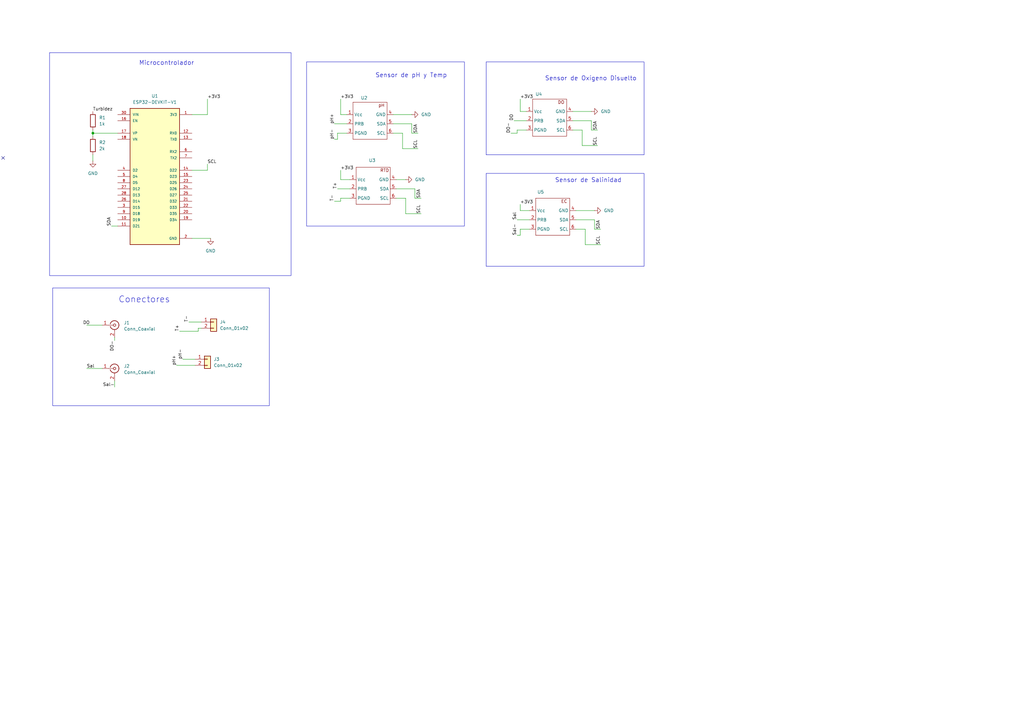
<source format=kicad_sch>
(kicad_sch (version 20250114) (generator "eeschema") (generator_version "9.0")
  (paper "A3")
  (lib_symbols
    (symbol "ADM3260:ADM3260ARSZ" (pin_names (offset 0.254))
      (property "Reference" "U" (at 25.4 10.16 0))
      (property "Value" "ADM3260ARSZ" (at 25.4 7.62 0))
      (symbol "ADM3260ARSZ_0_1"
        (polyline (pts (xy 7.62 5.08) (xy 7.62 -38.1)) (stroke (width 0.127)))
        (polyline (pts (xy 7.62 -38.1) (xy 43.18 -38.1)) (stroke (width 0.127)))
        (polyline (pts (xy 43.18 5.08) (xy 7.62 5.08)) (stroke (width 0.127)))
        (polyline (pts (xy 43.18 -38.1) (xy 43.18 5.08)) (stroke (width 0.127)))
        (pin unspecified line (at 0 0 0) (length 7.62) (name "VDDP") (number "4"))
        (pin unspecified line (at 0 -2.54 0) (length 7.62) (name "VDDISO") (number "17"))
        (pin unspecified line (at 0 -7.62 0) (length 7.62) (name "VIN") (number "9"))
        (pin unspecified line (at 0 -12.7 0) (length 7.62) (name "VISO") (number "12"))
        (pin unspecified line (at 0 -15.24 0) (length 7.62) (name "VSEL") (number "13"))
        (pin unspecified line (at 0 -20.32 0) (length 7.62) (name "SCL1") (number "19"))
        (pin unspecified line (at 0 -22.86 0) (length 7.62) (name "SCL2") (number "2"))
        (pin unspecified line (at 0 -25.4 0) (length 7.62) (name "SDA1") (number "18"))
        (pin unspecified line (at 0 -27.94 0) (length 7.62) (name "SDA2") (number "3"))
        (pin unspecified line (at 0 -33.02 0) (length 7.62) (name "PDIS") (number "8"))
        (pin unspecified line (at 50.8 0 180) (length 7.62) (name "GNDP") (number "1"))
        (pin unspecified line (at 50.8 -2.54 180) (length 7.62) (name "GNDP") (number "5"))
        (pin unspecified line (at 50.8 -5.08 180) (length 7.62) (name "GNDP") (number "7"))
        (pin unspecified line (at 50.8 -7.62 180) (length 7.62) (name "GNDP") (number "10"))
        (pin unspecified line (at 50.8 -15.24 180) (length 7.62) (name "GNDISO") (number "11"))
        (pin unspecified line (at 50.8 -17.78 180) (length 7.62) (name "GNDISO") (number "14"))
        (pin unspecified line (at 50.8 -20.32 180) (length 7.62) (name "GNDISO") (number "16"))
        (pin unspecified line (at 50.8 -22.86 180) (length 7.62) (name "GNDISO") (number "20"))
        (pin unspecified line (at 50.8 -30.48 180) (length 7.62) (name "NC") (number "6"))
        (pin unspecified line (at 50.8 -33.02 180) (length 7.62) (name "NC") (number "15"))
      )
    )
    (symbol "Connector:Conn_Coaxial" (pin_names (offset 1.016) (hide yes))
      (property "Reference" "J" (at 0.254 3.048 0))
      (property "Value" "Conn_Coaxial" (at 2.921 0 90))
      (symbol "Conn_Coaxial_0_1"
        (polyline (pts (xy -2.54 0) (xy -0.508 0)))
        (arc (start 1.778 0) (mid 0.222 -1.8079) (end -1.778 -0.508) (stroke (width 0.254)))
        (arc (start -1.778 0.508) (mid 0.2221 1.8084) (end 1.778 0) (stroke (width 0.254)))
        (circle (center 0 0) (radius 0.508) (stroke (width 0.2032)))
        (polyline (pts (xy 0 -2.54) (xy 0 -1.778)))
      )
      (symbol "Conn_Coaxial_1_1"
        (pin passive line (at -5.08 0 0) (length 2.54) (name "In") (number "1"))
        (pin passive line (at 0 -5.08 90) (length 2.54) (name "Ext") (number "2"))
      )
    )
    (symbol "Connector_Generic:Conn_01x02" (pin_names (offset 1.016) (hide yes))
      (property "Reference" "J" (at 0 2.54 0))
      (property "Value" "Conn_01x02" (at 0 -5.08 0))
      (symbol "Conn_01x02_1_1"
        (rectangle (start -1.27 1.27) (end 1.27 -3.81) (stroke (width 0.254)) (fill (type background)))
        (rectangle (start -1.27 0.127) (end 0 -0.127) (stroke (width 0.1524)))
        (rectangle (start -1.27 -2.413) (end 0 -2.667) (stroke (width 0.1524)))
        (pin passive line (at -5.08 0 0) (length 3.81) (name "Pin_1") (number "1"))
        (pin passive line (at -5.08 -2.54 0) (length 3.81) (name "Pin_2") (number "2"))
      )
    )
    (symbol "Device:R" (pin_numbers (hide yes)) (pin_names (offset 0))
      (property "Reference" "R" (at 2.032 0 90))
      (property "Value" "R" (at 0 0 90))
      (symbol "R_0_1"
        (rectangle (start -1.016 -2.54) (end 1.016 2.54) (stroke (width 0.254)))
      )
      (symbol "R_1_1"
        (pin passive line (at 0 3.81 270) (length 1.27) (name "~") (number "1"))
        (pin passive line (at 0 -3.81 90) (length 1.27) (name "~") (number "2"))
      )
    )
    (symbol "ESP32-DEVKIT-V1:ESP32-DEVKIT-V1" (pin_names (offset 1.016))
      (property "Reference" "U" (at -10.16 30.48 0))
      (property "Value" "ESP32-DEVKIT-V1" (at -10.16 -30.48 0))
      (symbol "ESP32-DEVKIT-V1_0_0"
        (rectangle (start -10.16 -27.94) (end 10.16 27.94) (stroke (width 0.254)) (fill (type background)))
        (pin input line (at -15.24 25.4 0) (length 5.08) (name "VIN") (number "30"))
        (pin input line (at -15.24 22.86 0) (length 5.08) (name "EN") (number "16"))
        (pin bidirectional line (at -15.24 17.78 0) (length 5.08) (name "VP") (number "17"))
        (pin bidirectional line (at -15.24 15.24 0) (length 5.08) (name "VN") (number "18"))
        (pin bidirectional line (at -15.24 2.54 0) (length 5.08) (name "D2") (number "4"))
        (pin bidirectional line (at -15.24 0 0) (length 5.08) (name "D4") (number "5"))
        (pin bidirectional line (at -15.24 -2.54 0) (length 5.08) (name "D5") (number "8"))
        (pin bidirectional line (at -15.24 -5.08 0) (length 5.08) (name "D12") (number "27"))
        (pin bidirectional line (at -15.24 -7.62 0) (length 5.08) (name "D13") (number "28"))
        (pin bidirectional line (at -15.24 -10.16 0) (length 5.08) (name "D14") (number "26"))
        (pin bidirectional line (at -15.24 -12.7 0) (length 5.08) (name "D15") (number "3"))
        (pin bidirectional line (at -15.24 -15.24 0) (length 5.08) (name "D18") (number "9"))
        (pin bidirectional line (at -15.24 -17.78 0) (length 5.08) (name "D19") (number "10"))
        (pin bidirectional line (at -15.24 -20.32 0) (length 5.08) (name "D21") (number "11"))
        (pin output line (at 15.24 25.4 180) (length 5.08) (name "3V3") (number "1"))
        (pin input line (at 15.24 17.78 180) (length 5.08) (name "RX0") (number "12"))
        (pin output line (at 15.24 15.24 180) (length 5.08) (name "TX0") (number "13"))
        (pin input line (at 15.24 10.16 180) (length 5.08) (name "RX2") (number "6"))
        (pin output line (at 15.24 7.62 180) (length 5.08) (name "TX2") (number "7"))
        (pin bidirectional line (at 15.24 2.54 180) (length 5.08) (name "D22") (number "14"))
        (pin bidirectional line (at 15.24 0 180) (length 5.08) (name "D23") (number "15"))
        (pin bidirectional line (at 15.24 -2.54 180) (length 5.08) (name "D25") (number "23"))
        (pin bidirectional line (at 15.24 -5.08 180) (length 5.08) (name "D26") (number "24"))
        (pin bidirectional line (at 15.24 -7.62 180) (length 5.08) (name "D27") (number "25"))
        (pin bidirectional line (at 15.24 -10.16 180) (length 5.08) (name "D32") (number "21"))
        (pin bidirectional line (at 15.24 -12.7 180) (length 5.08) (name "D33") (number "22"))
        (pin bidirectional line (at 15.24 -15.24 180) (length 5.08) (name "D35") (number "20"))
        (pin bidirectional line (at 15.24 -17.78 180) (length 5.08) (name "D34") (number "19"))
        (pin power_in line (at 15.24 -25.4 180) (length 5.08) (name "GND") (number "2"))
        (pin power_in line (at 15.24 -25.4 180) (length 5.08) (hide yes) (name "GND") (number "29"))
      )
    )
    (symbol "Ezo:Ezo_DO"
      (property "Reference" "U" (at -4.826 7.874 0))
      (symbol "Ezo_DO_0_1"
        (rectangle (start -6.35 6.35) (end 7.62 -8.89))
      )
      (symbol "Ezo_DO_1_1"
        (text "DO" (at 5.334 5.08 0) (effects (font (size 1.27 1.27))))
        (pin input line (at -8.89 1.27 0) (length 2.54) (name "Vcc") (number "1"))
        (pin input line (at -8.89 -2.54 0) (length 2.54) (name "PRB") (number "2"))
        (pin input line (at -8.89 -6.35 0) (length 2.54) (name "PGND") (number "3"))
        (pin input line (at 10.16 1.27 180) (length 2.54) (name "GND") (number "4"))
        (pin output line (at 10.16 -2.54 180) (length 2.54) (name "SDA") (number "5"))
        (pin output line (at 10.16 -6.35 180) (length 2.54) (name "SCL") (number "6"))
      )
    )
    (symbol "Ezo:Ezo_EC"
      (property "Reference" "U" (at 5.588 7.366 0))
      (symbol "Ezo_EC_0_1"
        (rectangle (start -6.35 5.08) (end 7.62 -10.16))
      )
      (symbol "Ezo_EC_1_1"
        (text "EC\n" (at 5.334 3.81 0) (effects (font (size 1.27 1.27))))
        (pin input line (at -8.89 0 0) (length 2.54) (name "Vcc") (number "1"))
        (pin input line (at -8.89 -3.81 0) (length 2.54) (name "PRB") (number "2"))
        (pin input line (at -8.89 -7.62 0) (length 2.54) (name "PGND") (number "3"))
        (pin input line (at 10.16 0 180) (length 2.54) (name "GND") (number "4"))
        (pin output line (at 10.16 -3.81 180) (length 2.54) (name "SDA") (number "5"))
        (pin output line (at 10.16 -7.62 180) (length 2.54) (name "SCL") (number "6"))
      )
    )
    (symbol "Ezo:Ezo_RTD"
      (property "Reference" "U" (at -2.54 8.128 0))
      (symbol "Ezo_RTD_0_1"
        (rectangle (start -6.35 6.35) (end 7.62 -8.89))
      )
      (symbol "Ezo_RTD_1_1"
        (text "RTD" (at 5.334 5.08 0) (effects (font (size 1.27 1.27))))
        (pin input line (at -8.89 1.27 0) (length 2.54) (name "Vcc") (number "1"))
        (pin input line (at -8.89 -2.54 0) (length 2.54) (name "PRB") (number "2"))
        (pin input line (at -8.89 -6.35 0) (length 2.54) (name "PGND") (number "3"))
        (pin input line (at 10.16 1.27 180) (length 2.54) (name "GND") (number "4"))
        (pin output line (at 10.16 -2.54 180) (length 2.54) (name "SDA") (number "5"))
        (pin output line (at 10.16 -6.35 180) (length 2.54) (name "SCL") (number "6"))
      )
    )
    (symbol "Ezo:Ezo_pH"
      (property "Reference" "U" (at -5.08 9.144 0))
      (symbol "Ezo_pH_0_1"
        (rectangle (start -6.35 7.62) (end 7.62 -7.62))
      )
      (symbol "Ezo_pH_1_1"
        (text "pH" (at 5.334 6.35 0) (effects (font (size 1.27 1.27))))
        (pin input line (at -8.89 2.54 0) (length 2.54) (name "Vcc") (number "1"))
        (pin input line (at -8.89 -1.27 0) (length 2.54) (name "PRB") (number "2"))
        (pin input line (at -8.89 -5.08 0) (length 2.54) (name "PGND") (number "3"))
        (pin input line (at 10.16 2.54 180) (length 2.54) (name "GND") (number "4"))
        (pin output line (at 10.16 -1.27 180) (length 2.54) (name "SDA") (number "5"))
        (pin output line (at 10.16 -5.08 180) (length 2.54) (name "SCL") (number "6"))
      )
    )
    (symbol "power:GND" (power) (pin_numbers (hide yes)) (pin_names (offset 0) (hide yes))
      (property "Value" "GND" (at 0 -3.81 0))
      (symbol "GND_0_1"
        (polyline (pts (xy 0 0) (xy 0 -1.27) (xy 1.27 -1.27) (xy 0 -2.54) (xy -1.27 -1.27) (xy 0 -1.27)))
      )
      (symbol "GND_1_1"
        (pin power_in line (at 0 0 270) (length 0) (name "~") (number "1"))
      )
    )
  )
  (rectangle (start 21.59 118.11) (end 110.49 166.37))
  (rectangle (start 199.39 71.12) (end 264.16 109.22))
  (rectangle (start 125.73 25.4) (end 190.5 92.71))
  (rectangle (start 20.32 21.59) (end 119.38 113.03))
  (rectangle (start 199.39 25.4) (end 264.16 63.5))
  (text "Microcontrolador" (at 68.326 25.908 0) (effects (font (size 1.778 1.778))))
  (text "Sensor de Salinidad\n\n" (at 241.3 75.438 0) (effects (font (size 1.778 1.778))))
  (text "Sensor de Oxígeno Disuelto\n" (at 242.316 32.258 0) (effects (font (size 1.778 1.778))))
  (text "Sensor de pH y Temp" (at 168.656 30.988 0) (effects (font (size 1.778 1.778))))
  (text "Aislamiento" (at -107.696 111.506 0) (effects (font (size 1.778 1.778))))
  (text "Conectores" (at 59.182 122.936 0) (effects (font (size 2.54 2.54))))
  (text_box "" (at -209.55 106.68 0) (size 186.69 127) (margins 0.9525 0.9525 0.9525 0.9525) (effects (font (size 1.27 1.27)) (justify left top)))
  (junction (at 38.1 54.61))
  (no_connect (at 1.27 64.77))
  (wire (pts (xy 168.91 54.61) (xy 168.91 50.8)))
  (wire (pts (xy 215.9 45.72) (xy 213.36 45.72)))
  (wire (pts (xy 240.03 93.98) (xy 236.22 93.98)))
  (wire (pts (xy 38.1 53.34) (xy 38.1 54.61)))
  (wire (pts (xy 212.09 90.17) (xy 217.17 90.17)))
  (wire (pts (xy 35.56 133.35) (xy 41.91 133.35)))
  (wire (pts (xy 246.38 100.33) (xy 240.03 100.33)))
  (wire (pts (xy 46.99 158.75) (xy 46.99 156.21)))
  (wire (pts (xy 38.1 54.61) (xy 48.26 54.61)))
  (wire (pts (xy 139.7 40.64) (xy 139.7 46.99)))
  (wire (pts (xy 139.7 82.55) (xy 137.16 82.55)))
  (wire (pts (xy 85.09 67.31) (xy 85.09 69.85)))
  (wire (pts (xy 142.24 46.99) (xy 139.7 46.99)))
  (wire (pts (xy 81.28 134.62) (xy 82.55 134.62)))
  (wire (pts (xy 80.01 149.86) (xy 72.39 149.86)))
  (wire (pts (xy 161.29 46.99) (xy 168.91 46.99)))
  (wire (pts (xy 38.1 63.5) (xy 38.1 66.04)))
  (wire (pts (xy 85.09 69.85) (xy 78.74 69.85)))
  (wire (pts (xy 213.36 40.64) (xy 213.36 45.72)))
  (wire (pts (xy 172.72 87.63) (xy 166.37 87.63)))
  (wire (pts (xy 165.1 60.96) (xy 165.1 54.61)))
  (wire (pts (xy 240.03 100.33) (xy 240.03 93.98)))
  (wire (pts (xy 138.43 54.61) (xy 142.24 54.61)))
  (wire (pts (xy 234.95 45.72) (xy 242.57 45.72)))
  (wire (pts (xy 35.56 151.13) (xy 41.91 151.13)))
  (wire (pts (xy 137.16 57.15) (xy 138.43 57.15)))
  (wire (pts (xy 45.72 92.71) (xy 48.26 92.71)))
  (wire (pts (xy 138.43 77.47) (xy 143.51 77.47)))
  (wire (pts (xy 143.51 73.66) (xy 139.7 73.66)))
  (wire (pts (xy 212.09 96.52) (xy 213.36 96.52)))
  (wire (pts (xy 77.47 132.08) (xy 82.55 132.08)))
  (wire (pts (xy 243.84 93.98) (xy 243.84 90.17)))
  (wire (pts (xy 166.37 87.63) (xy 166.37 81.28)))
  (wire (pts (xy 81.28 135.89) (xy 81.28 134.62)))
  (wire (pts (xy 210.82 49.53) (xy 215.9 49.53)))
  (wire (pts (xy 171.45 60.96) (xy 165.1 60.96)))
  (wire (pts (xy 166.37 81.28) (xy 162.56 81.28)))
  (wire (pts (xy 212.09 53.34) (xy 215.9 53.34)))
  (wire (pts (xy 170.18 77.47) (xy 162.56 77.47)))
  (wire (pts (xy 162.56 73.66) (xy 166.37 73.66)))
  (wire (pts (xy 243.84 90.17) (xy 236.22 90.17)))
  (wire (pts (xy 46.99 138.43) (xy 46.99 139.7)))
  (wire (pts (xy 172.72 81.28) (xy 170.18 81.28)))
  (wire (pts (xy 242.57 49.53) (xy 234.95 49.53)))
  (wire (pts (xy 212.09 54.61) (xy 209.55 54.61)))
  (wire (pts (xy 212.09 53.34) (xy 212.09 54.61)))
  (wire (pts (xy 213.36 83.82) (xy 213.36 86.36)))
  (wire (pts (xy 139.7 81.28) (xy 139.7 82.55)))
  (wire (pts (xy 245.11 59.69) (xy 238.76 59.69)))
  (wire (pts (xy 213.36 96.52) (xy 213.36 93.98)))
  (wire (pts (xy 139.7 81.28) (xy 143.51 81.28)))
  (wire (pts (xy 245.11 53.34) (xy 242.57 53.34)))
  (wire (pts (xy 74.93 147.32) (xy 80.01 147.32)))
  (wire (pts (xy 138.43 57.15) (xy 138.43 54.61)))
  (wire (pts (xy 78.74 97.79) (xy 86.36 97.79)))
  (wire (pts (xy 137.16 50.8) (xy 142.24 50.8)))
  (wire (pts (xy 217.17 86.36) (xy 213.36 86.36)))
  (wire (pts (xy 38.1 54.61) (xy 38.1 55.88)))
  (wire (pts (xy 236.22 86.36) (xy 243.84 86.36)))
  (wire (pts (xy 78.74 46.99) (xy 85.09 46.99)))
  (wire (pts (xy 213.36 93.98) (xy 217.17 93.98)))
  (wire (pts (xy 170.18 81.28) (xy 170.18 77.47)))
  (wire (pts (xy 246.38 93.98) (xy 243.84 93.98)))
  (wire (pts (xy 165.1 54.61) (xy 161.29 54.61)))
  (wire (pts (xy 242.57 53.34) (xy 242.57 49.53)))
  (wire (pts (xy 85.09 40.64) (xy 85.09 46.99)))
  (wire (pts (xy 238.76 59.69) (xy 238.76 53.34)))
  (wire (pts (xy 139.7 69.85) (xy 139.7 73.66)))
  (wire (pts (xy 168.91 50.8) (xy 161.29 50.8)))
  (wire (pts (xy 171.45 54.61) (xy 168.91 54.61)))
  (wire (pts (xy 238.76 53.34) (xy 234.95 53.34)))
  (wire (pts (xy 81.28 135.89) (xy 73.66 135.89)))
  (label "SCL" (at 245.11 59.69 90))
  (label "+3V3" (at 213.36 83.82 0) (property "Netclass" "3V3" (effects (hide yes))))
  (label "T-" (at 77.47 132.08 90))
  (label "SCL" (at 171.45 60.96 90))
  (label "T+" (at 73.66 135.89 90))
  (label "T-" (at 137.16 82.55 90))
  (label "DO" (at 36.83 133.35 180) (property "Netclass" "O2_Disol" (effects (hide yes))))
  (label "T+" (at 138.43 77.47 90))
  (label "DO-" (at 46.99 139.7 270))
  (label "pH+" (at 137.16 50.8 90))
  (label "SDA" (at 172.72 81.28 90))
  (label "SDA" (at 245.11 53.34 90))
  (label "Sal-" (at 46.99 158.75 180) (property "Netclass" "Sal-" (effects (hide yes))))
  (label "DO" (at 210.82 49.53 90))
  (label "SDA" (at 246.38 93.98 90))
  (label "pH-" (at 74.93 147.32 90))
  (label "DO-" (at 209.55 54.61 90))
  (label "+3V3" (at 213.36 40.64 0))
  (label "Sal-" (at 212.09 96.52 90) (property "Netclass" "Sal-" (effects (hide yes))))
  (label "+3V3" (at 139.7 40.64 0))
  (label "Sal" (at 212.09 90.17 90) (property "Netclass" "Sal" (effects (hide yes))))
  (label "SDA" (at 45.72 92.71 90))
  (label "Sal" (at 35.56 151.13 0) (property "Netclass" "Sal" (effects (hide yes))))
  (label "SCL" (at 246.38 100.33 90))
  (label "pH-" (at 137.16 57.15 90))
  (label "pH+" (at 72.39 149.86 90))
  (label "+3V3" (at 85.09 40.64 0))
  (label "SCL" (at 85.09 67.31 0))
  (label "+3V3" (at 139.7 69.85 0))
  (label "SDA" (at 171.45 54.61 90))
  (label "SCL" (at 172.72 87.63 90))
  (label "Turbidez" (at 38.1 45.72 0))
  (symbol (lib_id "power:GND") (at 168.91 46.99 90) (unit 1)
    (property "Reference" "#PWR05" (effects (hide yes)))
    (property "Value" "GND" (at 172.72 46.9899 90) (effects (justify right)))
    (property "Description" "Power symbol creates a global label with name \"GND\" , ground" (effects (hide yes)))
  )
  (symbol (lib_id "Connector_Generic:Conn_01x02") (at 87.63 132.08 0) (unit 1)
    (property "Reference" "J4" (at 90.17 132.0799 0) (effects (justify left)))
    (property "Value" "Conn_01x02" (at 90.17 134.6199 0) (effects (justify left)))
    (property "Footprint" "TerminalBlock:TerminalBlock_MaiXu_MX126-5.0-02P_1x02_P5.00mm" (effects (hide yes)))
    (property "Description" "Generic connector, single row, 01x02, script generated (kicad-library-utils/schlib/autogen/connector/)" (effects (hide yes)))
  )
  (symbol (lib_id "power:GND") (at 243.84 86.36 90) (unit 1)
    (property "Reference" "#PWR08" (effects (hide yes)))
    (property "Value" "GND" (at 247.65 86.3599 90) (effects (justify right)))
    (property "Description" "Power symbol creates a global label with name \"GND\" , ground" (effects (hide yes)))
  )
  (symbol (lib_id "ADM3260:ADM3260ARSZ") (at -181.61 132.08 0) (unit 1)
    (property "Reference" "U6" (at -156.21 121.92 0) (effects (font (size 1.524 1.524))))
    (property "Value" "ADM3260ARSZ" (at -156.21 124.46 0) (effects (font (size 1.524 1.524))))
    (property "Footprint" "RS_20_ADI" (effects (hide yes)))
    (property "Datasheet" "https://www.analog.com/media/en/technical-documentation/data-sheets/ADM3260.pdf" (effects (hide yes)))
  )
  (symbol (lib_id "power:GND") (at 38.1 66.04 0) (unit 1)
    (property "Reference" "#PWR02" (effects (hide yes)))
    (property "Value" "GND" (at 38.1 71.12 0))
    (property "Description" "Power symbol creates a global label with name \"GND\" , ground" (effects (hide yes)))
  )
  (symbol (lib_id "power:GND") (at 166.37 73.66 90) (unit 1)
    (property "Reference" "#PWR07" (effects (hide yes)))
    (property "Value" "GND" (at 170.18 73.6599 90) (effects (justify right)))
    (property "Description" "Power symbol creates a global label with name \"GND\" , ground" (effects (hide yes)))
  )
  (symbol (lib_id "ADM3260:ADM3260ARSZ") (at -180.34 185.42 0) (unit 1)
    (property "Reference" "U7" (at -154.94 175.26 0) (effects (font (size 1.524 1.524))))
    (property "Value" "ADM3260ARSZ" (at -154.94 177.8 0) (effects (font (size 1.524 1.524))))
    (property "Footprint" "RS_20_ADI" (effects (hide yes)))
    (property "Datasheet" "https://www.analog.com/media/en/technical-documentation/data-sheets/ADM3260.pdf" (effects (hide yes)))
  )
  (symbol (lib_id "Connector:Conn_Coaxial") (at 46.99 133.35 0) (unit 1)
    (property "Reference" "J1" (at 50.8 132.3731 0) (effects (justify left)))
    (property "Value" "Conn_Coaxial" (at 50.8 134.9131 0) (effects (justify left)))
    (property "Footprint" "Connector_Coaxial:BNC_Amphenol_B6252HB-NPP3G-50_Horizontal" (effects (hide yes)))
    (property "Description" "coaxial connector (BNC, SMA, SMB, SMC, Cinch/RCA, LEMO, ...)" (effects (hide yes)))
  )
  (symbol (lib_id "Connector:Conn_Coaxial") (at 46.99 151.13 0) (unit 1)
    (property "Reference" "J2" (at 50.8 150.1531 0) (effects (justify left)))
    (property "Value" "Conn_Coaxial" (at 50.8 152.6931 0) (effects (justify left)))
    (property "Footprint" "Connector_Coaxial:BNC_Amphenol_B6252HB-NPP3G-50_Horizontal" (effects (hide yes)))
    (property "Description" "coaxial connector (BNC, SMA, SMB, SMC, Cinch/RCA, LEMO, ...)" (effects (hide yes)))
  )
  (symbol (lib_id "power:GND") (at 242.57 45.72 90) (unit 1)
    (property "Reference" "#PWR06" (effects (hide yes)))
    (property "Value" "GND" (at 246.38 45.7199 90) (effects (justify right)))
    (property "Description" "Power symbol creates a global label with name \"GND\" , ground" (effects (hide yes)))
  )
  (symbol (lib_id "Ezo:Ezo_pH") (at 151.13 49.53 0) (unit 1)
    (property "Reference" "U2" (at 149.352 40.132 0))
    (property "Footprint" "Footprints:Ezo_sensor" (effects (hide yes)))
  )
  (symbol (lib_id "Device:R") (at 38.1 49.53 0) (unit 1)
    (property "Reference" "R1" (at 40.64 48.2599 0) (effects (justify left)))
    (property "Value" "1k" (at 40.64 50.7999 0) (effects (justify left)))
    (property "Footprint" "Resistor_THT:R_Axial_DIN0204_L3.6mm_D1.6mm_P5.08mm_Horizontal" (effects (hide yes)))
    (property "Description" "Resistor" (effects (hide yes)))
  )
  (symbol (lib_id "power:GND") (at 86.36 97.79 0) (unit 1)
    (property "Reference" "#PWR01" (effects (hide yes)))
    (property "Value" "GND" (at 86.36 102.87 0))
    (property "Description" "Power symbol creates a global label with name \"GND\" , ground" (effects (hide yes)))
  )
  (symbol (lib_id "Ezo:Ezo_DO") (at 224.79 46.99 0) (unit 1)
    (property "Reference" "U4" (at 220.98 38.608 0))
    (property "Footprint" "Footprints:Ezo_sensor" (effects (hide yes)))
  )
  (symbol (lib_id "Ezo:Ezo_EC") (at 226.06 86.36 0) (unit 1)
    (property "Reference" "U5" (at 221.742 78.74 0))
    (property "Footprint" "Footprints:Ezo_sensor" (effects (hide yes)))
  )
  (symbol (lib_id "ADM3260:ADM3260ARSZ") (at -102.87 132.08 0) (unit 1)
    (property "Reference" "U8" (at -77.47 121.92 0) (effects (font (size 1.524 1.524))))
    (property "Value" "ADM3260ARSZ" (at -77.47 124.46 0) (effects (font (size 1.524 1.524))))
    (property "Footprint" "RS_20_ADI" (effects (hide yes)))
    (property "Datasheet" "https://www.analog.com/media/en/technical-documentation/data-sheets/ADM3260.pdf" (effects (hide yes)))
  )
  (symbol (lib_id "Device:R") (at 38.1 59.69 0) (unit 1)
    (property "Reference" "R2" (at 40.64 58.4199 0) (effects (justify left)))
    (property "Value" "2k" (at 40.64 60.9599 0) (effects (justify left)))
    (property "Footprint" "Resistor_THT:R_Axial_DIN0204_L3.6mm_D1.6mm_P5.08mm_Horizontal" (effects (hide yes)))
    (property "Description" "Resistor" (effects (hide yes)))
  )
  (symbol (lib_id "Connector_Generic:Conn_01x02") (at 85.09 147.32 0) (unit 1)
    (property "Reference" "J3" (at 87.63 147.3199 0) (effects (justify left)))
    (property "Value" "Conn_01x02" (at 87.63 149.8599 0) (effects (justify left)))
    (property "Footprint" "TerminalBlock:TerminalBlock_MaiXu_MX126-5.0-02P_1x02_P5.00mm" (effects (hide yes)))
    (property "Description" "Generic connector, single row, 01x02, script generated (kicad-library-utils/schlib/autogen/connector/)" (effects (hide yes)))
  )
  (symbol (lib_id "ESP32-DEVKIT-V1:ESP32-DEVKIT-V1") (at 63.5 72.39 0) (unit 1)
    (property "Reference" "U1" (at 63.5 39.37 0))
    (property "Value" "ESP32-DEVKIT-V1" (at 63.5 41.91 0))
    (property "Footprint" "Footprints:MODULE_ESP32_DEVKIT_V1" (effects (hide yes)))
    (property "MF" "Do it" (effects (hide yes)))
    (property "MAXIMUM_PACKAGE_HEIGHT" "6.8 mm" (effects (hide yes)))
    (property "Package" "None" (effects (hide yes)))
    (property "Price" "None" (effects (hide yes)))
    (property "Check_prices" "https://www.snapeda.com/parts/ESP32-DEVKIT-V1/Do+it/view-part/?ref=eda" (effects (hide yes)))
    (property "STANDARD" "Manufacturer Recommendations" (effects (hide yes)))
    (property "PARTREV" "N/A" (effects (hide yes)))
    (property "SnapEDA_Link" "https://www.snapeda.com/parts/ESP32-DEVKIT-V1/Do+it/view-part/?ref=snap" (effects (hide yes)))
    (property "MP" "ESP32-DEVKIT-V1" (effects (hide yes)))
    (property "Description_1" "Dual core, Wi-Fi: 2.4 GHz up to 150 Mbits/s,BLE (Bluetooth Low Energy) and legacy Bluetooth, 32 bits, Up to 240 MHz" (effects (hide yes)))
    (property "Availability" "Not in stock" (effects (hide yes)))
    (property "MANUFACTURER" "DOIT" (effects (hide yes)))
  )
  (symbol (lib_id "Ezo:Ezo_RTD") (at 152.4 74.93 0) (unit 1)
    (property "Reference" "U3" (at 152.654 65.786 0))
    (property "Footprint" "Footprints:Ezo_sensor" (effects (hide yes)))
  )
)
</source>
